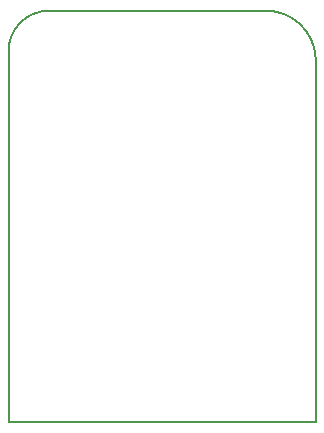
<source format=gbr>
G04 #@! TF.FileFunction,Profile,NP*
%FSLAX46Y46*%
G04 Gerber Fmt 4.6, Leading zero omitted, Abs format (unit mm)*
G04 Created by KiCad (PCBNEW 4.0.7) date 08/03/18 16:25:06*
%MOMM*%
%LPD*%
G01*
G04 APERTURE LIST*
%ADD10C,0.100000*%
%ADD11C,0.150000*%
G04 APERTURE END LIST*
D10*
D11*
X138800000Y-86600000D02*
X157000000Y-86600000D01*
X161400000Y-90600000D02*
X161400000Y-90800000D01*
X161400000Y-90600000D02*
G75*
G03X157000000Y-86600000I-4200000J-200000D01*
G01*
X138800000Y-86600000D02*
G75*
G03X135400000Y-90000000I0J-3400000D01*
G01*
X161400000Y-121400000D02*
X161400000Y-90800000D01*
X135400000Y-121400000D02*
X161400000Y-121400000D01*
X135400000Y-121400000D02*
X135400000Y-90000000D01*
M02*

</source>
